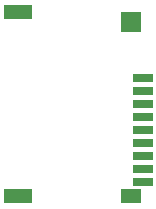
<source format=gbr>
%TF.GenerationSoftware,KiCad,Pcbnew,8.0.7*%
%TF.CreationDate,2024-12-24T20:08:54+01:00*%
%TF.ProjectId,Desktop_50_Pin_TopConn,4465736b-746f-4705-9f35-305f50696e5f,1.01*%
%TF.SameCoordinates,Original*%
%TF.FileFunction,Paste,Bot*%
%TF.FilePolarity,Positive*%
%FSLAX46Y46*%
G04 Gerber Fmt 4.6, Leading zero omitted, Abs format (unit mm)*
G04 Created by KiCad (PCBNEW 8.0.7) date 2024-12-24 20:08:54*
%MOMM*%
%LPD*%
G01*
G04 APERTURE LIST*
%ADD10R,1.700000X0.700000*%
%ADD11R,2.400000X1.300000*%
%ADD12R,1.700000X1.300000*%
%ADD13R,1.700000X1.800000*%
G04 APERTURE END LIST*
D10*
%TO.C,J4*%
X-5765000Y-77209000D03*
X-5765000Y-78309000D03*
X-5765000Y-79409000D03*
X-5765000Y-80509000D03*
X-5765000Y-81609000D03*
X-5765000Y-82709000D03*
X-5765000Y-83809000D03*
X-5765000Y-84909000D03*
X-5765000Y-86009000D03*
D11*
X-16315000Y-87259000D03*
D12*
X-6715000Y-87259000D03*
D13*
X-6715000Y-72509000D03*
D11*
X-16315000Y-71659000D03*
%TD*%
M02*

</source>
